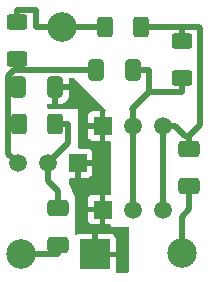
<source format=gtl>
%TF.GenerationSoftware,KiCad,Pcbnew,8.0.5*%
%TF.CreationDate,2025-01-13T21:43:40-08:00*%
%TF.ProjectId,hyperion,68797065-7269-46f6-9e2e-6b696361645f,rev?*%
%TF.SameCoordinates,Original*%
%TF.FileFunction,Copper,L1,Top*%
%TF.FilePolarity,Positive*%
%FSLAX46Y46*%
G04 Gerber Fmt 4.6, Leading zero omitted, Abs format (unit mm)*
G04 Created by KiCad (PCBNEW 8.0.5) date 2025-01-13 21:43:40*
%MOMM*%
%LPD*%
G01*
G04 APERTURE LIST*
G04 Aperture macros list*
%AMRoundRect*
0 Rectangle with rounded corners*
0 $1 Rounding radius*
0 $2 $3 $4 $5 $6 $7 $8 $9 X,Y pos of 4 corners*
0 Add a 4 corners polygon primitive as box body*
4,1,4,$2,$3,$4,$5,$6,$7,$8,$9,$2,$3,0*
0 Add four circle primitives for the rounded corners*
1,1,$1+$1,$2,$3*
1,1,$1+$1,$4,$5*
1,1,$1+$1,$6,$7*
1,1,$1+$1,$8,$9*
0 Add four rect primitives between the rounded corners*
20,1,$1+$1,$2,$3,$4,$5,0*
20,1,$1+$1,$4,$5,$6,$7,0*
20,1,$1+$1,$6,$7,$8,$9,0*
20,1,$1+$1,$8,$9,$2,$3,0*%
G04 Aperture macros list end*
%TA.AperFunction,ComponentPad*%
%ADD10C,2.500000*%
%TD*%
%TA.AperFunction,ComponentPad*%
%ADD11R,2.500000X2.500000*%
%TD*%
%TA.AperFunction,ComponentPad*%
%ADD12C,1.500000*%
%TD*%
%TA.AperFunction,ComponentPad*%
%ADD13R,1.500000X1.500000*%
%TD*%
%TA.AperFunction,SMDPad,CuDef*%
%ADD14RoundRect,0.250000X-0.412500X-0.650000X0.412500X-0.650000X0.412500X0.650000X-0.412500X0.650000X0*%
%TD*%
%TA.AperFunction,SMDPad,CuDef*%
%ADD15RoundRect,0.250000X-0.625000X0.400000X-0.625000X-0.400000X0.625000X-0.400000X0.625000X0.400000X0*%
%TD*%
%TA.AperFunction,SMDPad,CuDef*%
%ADD16RoundRect,0.250000X-0.400000X-0.625000X0.400000X-0.625000X0.400000X0.625000X-0.400000X0.625000X0*%
%TD*%
%TA.AperFunction,SMDPad,CuDef*%
%ADD17RoundRect,0.250000X0.650000X-0.412500X0.650000X0.412500X-0.650000X0.412500X-0.650000X-0.412500X0*%
%TD*%
%TA.AperFunction,SMDPad,CuDef*%
%ADD18RoundRect,0.250000X0.625000X-0.400000X0.625000X0.400000X-0.625000X0.400000X-0.625000X-0.400000X0*%
%TD*%
%TA.AperFunction,SMDPad,CuDef*%
%ADD19RoundRect,0.250000X0.400000X0.625000X-0.400000X0.625000X-0.400000X-0.625000X0.400000X-0.625000X0*%
%TD*%
%TA.AperFunction,SMDPad,CuDef*%
%ADD20RoundRect,0.250000X-0.650000X0.412500X-0.650000X-0.412500X0.650000X-0.412500X0.650000X0.412500X0*%
%TD*%
%TA.AperFunction,Conductor*%
%ADD21C,0.508000*%
%TD*%
%TA.AperFunction,Conductor*%
%ADD22C,0.457200*%
%TD*%
G04 APERTURE END LIST*
D10*
%TO.P,TP4,1,1*%
%TO.N,Net-(C4-Pad2)*%
X142494000Y-124866400D03*
%TD*%
D11*
%TO.P,TP3,1,1*%
%TO.N,Earth*%
X135128000Y-124968000D03*
%TD*%
D10*
%TO.P,TP2,1,1*%
%TO.N,Net-(R3-Pad2)*%
X132345000Y-105730000D03*
%TD*%
%TO.P,TP1,1,1*%
%TO.N,Net-(C1-Pad1)*%
X128879600Y-124968000D03*
%TD*%
D12*
%TO.P,Q3,3,C*%
%TO.N,Net-(Q2-C)*%
X140840000Y-114090000D03*
%TO.P,Q3,2,B*%
%TO.N,Net-(Q2-B)*%
X138300000Y-114090000D03*
D13*
%TO.P,Q3,1,E*%
%TO.N,Earth*%
X135760000Y-114090000D03*
%TD*%
%TO.P,Q2,1,E*%
%TO.N,Earth*%
X135760000Y-121160000D03*
D12*
%TO.P,Q2,2,B*%
%TO.N,Net-(Q2-B)*%
X138300000Y-121160000D03*
%TO.P,Q2,3,C*%
%TO.N,Net-(Q2-C)*%
X140840000Y-121160000D03*
%TD*%
%TO.P,Q1,3,C*%
%TO.N,Net-(Q1-C)*%
X128574800Y-117246400D03*
%TO.P,Q1,2,B*%
%TO.N,Net-(Q1-B)*%
X131114800Y-117246400D03*
D13*
%TO.P,Q1,1,E*%
%TO.N,Earth*%
X133654800Y-117246400D03*
%TD*%
D14*
%TO.P,C2,2*%
%TO.N,Earth*%
X131752500Y-110810000D03*
%TO.P,C2,1*%
%TO.N,Net-(Q1-C)*%
X128627500Y-110810000D03*
%TD*%
D15*
%TO.P,R5,2*%
%TO.N,Net-(Q2-B)*%
X142470000Y-110020000D03*
%TO.P,R5,1*%
%TO.N,Net-(Q2-C)*%
X142470000Y-106920000D03*
%TD*%
D16*
%TO.P,R2,1*%
%TO.N,Net-(Q1-C)*%
X128650000Y-113890000D03*
%TO.P,R2,2*%
%TO.N,Net-(Q1-B)*%
X131750000Y-113890000D03*
%TD*%
D14*
%TO.P,C3,1*%
%TO.N,Net-(Q1-C)*%
X135247500Y-109350000D03*
%TO.P,C3,2*%
%TO.N,Net-(Q2-B)*%
X138372500Y-109350000D03*
%TD*%
D17*
%TO.P,C1,1*%
%TO.N,Net-(C1-Pad1)*%
X131978400Y-124142900D03*
%TO.P,C1,2*%
%TO.N,Net-(Q1-B)*%
X131978400Y-121017900D03*
%TD*%
D18*
%TO.P,R3,2*%
%TO.N,Net-(R3-Pad2)*%
X128540000Y-105300000D03*
%TO.P,R3,1*%
%TO.N,Net-(Q1-C)*%
X128540000Y-108400000D03*
%TD*%
D19*
%TO.P,R4,2*%
%TO.N,Net-(R3-Pad2)*%
X135930000Y-105740000D03*
%TO.P,R4,1*%
%TO.N,Net-(Q2-C)*%
X139030000Y-105740000D03*
%TD*%
D20*
%TO.P,C4,1*%
%TO.N,Net-(Q2-C)*%
X143103600Y-116078000D03*
%TO.P,C4,2*%
%TO.N,Net-(C4-Pad2)*%
X143103600Y-119203000D03*
%TD*%
D21*
%TO.N,Net-(Q2-B)*%
X139720000Y-109350000D02*
X139720000Y-111220000D01*
X138372500Y-109350000D02*
X139720000Y-109350000D01*
%TO.N,Net-(Q1-C)*%
X128540000Y-109350000D02*
X135247500Y-109350000D01*
%TO.N,Net-(Q1-B)*%
X132850000Y-113890000D02*
X131750000Y-113890000D01*
X132850000Y-115520000D02*
X132850000Y-113890000D01*
X132841200Y-115520000D02*
X132850000Y-115520000D01*
X131114800Y-117246400D02*
X132841200Y-115520000D01*
%TO.N,Net-(Q2-B)*%
X138300000Y-112660000D02*
X138300000Y-114090000D01*
X139720000Y-111220000D02*
X138290000Y-112650000D01*
X141110000Y-111220000D02*
X139720000Y-111220000D01*
X138290000Y-112650000D02*
X138300000Y-112660000D01*
X142470000Y-111220000D02*
X141110000Y-111220000D01*
X142470000Y-110020000D02*
X142470000Y-111220000D01*
%TO.N,Net-(Q2-C)*%
X141910000Y-114090000D02*
X140840000Y-114090000D01*
X143103600Y-114922400D02*
X142742400Y-114922400D01*
X142742400Y-114922400D02*
X141910000Y-114090000D01*
X140840000Y-121160000D02*
X140840000Y-114090000D01*
%TO.N,Net-(Q2-B)*%
X138300000Y-121160000D02*
X138300000Y-114090000D01*
%TO.N,Net-(Q2-C)*%
X144026000Y-114000000D02*
X143103600Y-114922400D01*
X143103600Y-114922400D02*
X143103600Y-116078000D01*
X143950000Y-105740000D02*
X144026000Y-105816000D01*
X144026000Y-105816000D02*
X144026000Y-114000000D01*
X142460000Y-105740000D02*
X143950000Y-105740000D01*
X142460000Y-106040000D02*
X142470000Y-106050000D01*
X142460000Y-105740000D02*
X142460000Y-106040000D01*
X139030000Y-105740000D02*
X142460000Y-105740000D01*
X142470000Y-106050000D02*
X142470000Y-106920000D01*
%TO.N,Net-(R3-Pad2)*%
X130120000Y-105720000D02*
X130140000Y-105740000D01*
X130120000Y-104259000D02*
X130120000Y-105720000D01*
X130150000Y-105730000D02*
X132230000Y-105730000D01*
X128550000Y-104259000D02*
X130120000Y-104259000D01*
X130140000Y-105740000D02*
X130150000Y-105730000D01*
X128540000Y-104269000D02*
X128550000Y-104259000D01*
X128540000Y-105300000D02*
X128540000Y-104269000D01*
X132240000Y-105740000D02*
X132230000Y-105730000D01*
X135930000Y-105740000D02*
X132240000Y-105740000D01*
%TO.N,Net-(Q1-C)*%
X128540000Y-109350000D02*
X128540000Y-108400000D01*
X128300000Y-109350000D02*
X128540000Y-109350000D01*
X127754000Y-109896000D02*
X128300000Y-109350000D01*
X127754000Y-110800000D02*
X127754000Y-109896000D01*
X127754000Y-113606000D02*
X127754000Y-110800000D01*
X127754000Y-110800000D02*
X127764000Y-110810000D01*
X127764000Y-113616000D02*
X127754000Y-113606000D01*
X127764000Y-113890000D02*
X127764000Y-113616000D01*
X127764000Y-110810000D02*
X128627500Y-110810000D01*
X127764000Y-113890000D02*
X128650000Y-113890000D01*
X127754000Y-116425600D02*
X127754000Y-113900000D01*
X127754000Y-113900000D02*
X127764000Y-113890000D01*
X128574800Y-117246400D02*
X127754000Y-116425600D01*
%TO.N,Net-(C4-Pad2)*%
X142494000Y-121767600D02*
X143103600Y-121158000D01*
X143103600Y-121158000D02*
X143103600Y-119203000D01*
X142494000Y-124866400D02*
X142494000Y-121767600D01*
%TO.N,Net-(Q1-B)*%
X131114800Y-118770400D02*
X131114800Y-117246400D01*
X131978400Y-119634000D02*
X131114800Y-118770400D01*
X131978400Y-121017900D02*
X131978400Y-119634000D01*
%TO.N,Net-(C1-Pad1)*%
X131978400Y-124968000D02*
X131978400Y-124142900D01*
X128879600Y-124968000D02*
X131978400Y-124968000D01*
D22*
X128524000Y-125526800D02*
X128524000Y-125476000D01*
%TD*%
%TA.AperFunction,Conductor*%
%TO.N,Earth*%
G36*
X133326040Y-110009930D02*
G01*
X133347061Y-110026711D01*
X135391952Y-112052311D01*
X136008209Y-112662754D01*
X136042529Y-112724905D01*
X136037800Y-112795743D01*
X136010000Y-112839228D01*
X136010000Y-113774314D01*
X136005606Y-113769920D01*
X135914394Y-113717259D01*
X135812661Y-113690000D01*
X135707339Y-113690000D01*
X135605606Y-113717259D01*
X135514394Y-113769920D01*
X135510000Y-113774314D01*
X135510000Y-112840000D01*
X134962159Y-112840000D01*
X134902628Y-112846400D01*
X134767910Y-112896647D01*
X134652810Y-112982810D01*
X134566647Y-113097910D01*
X134516400Y-113232628D01*
X134510000Y-113292159D01*
X134510000Y-113840000D01*
X135444314Y-113840000D01*
X135439920Y-113844394D01*
X135387259Y-113935606D01*
X135360000Y-114037339D01*
X135360000Y-114142661D01*
X135387259Y-114244394D01*
X135439920Y-114335606D01*
X135444314Y-114340000D01*
X134510000Y-114340000D01*
X134510000Y-114887840D01*
X134516400Y-114947371D01*
X134566647Y-115082089D01*
X134652810Y-115197189D01*
X134767910Y-115283352D01*
X134902628Y-115333599D01*
X134962159Y-115339999D01*
X134962176Y-115340000D01*
X135510000Y-115340000D01*
X135510000Y-114405686D01*
X135514394Y-114410080D01*
X135605606Y-114462741D01*
X135707339Y-114490000D01*
X135812661Y-114490000D01*
X135914394Y-114462741D01*
X136005606Y-114410080D01*
X136010000Y-114405686D01*
X136010000Y-115340000D01*
X136366459Y-115340000D01*
X136434580Y-115360002D01*
X136481073Y-115413658D01*
X136492458Y-115465865D01*
X136494077Y-116996400D01*
X136497023Y-119783867D01*
X136477093Y-119852009D01*
X136423486Y-119898558D01*
X136371023Y-119910000D01*
X136010000Y-119910000D01*
X136010000Y-120844314D01*
X136005606Y-120839920D01*
X135914394Y-120787259D01*
X135812661Y-120760000D01*
X135707339Y-120760000D01*
X135605606Y-120787259D01*
X135514394Y-120839920D01*
X135510000Y-120844314D01*
X135510000Y-119910000D01*
X134962159Y-119910000D01*
X134902628Y-119916400D01*
X134767910Y-119966647D01*
X134652810Y-120052810D01*
X134566647Y-120167910D01*
X134516400Y-120302628D01*
X134510000Y-120362159D01*
X134510000Y-120910000D01*
X135444314Y-120910000D01*
X135439920Y-120914394D01*
X135387259Y-121005606D01*
X135360000Y-121107339D01*
X135360000Y-121212661D01*
X135387259Y-121314394D01*
X135439920Y-121405606D01*
X135444314Y-121410000D01*
X134510000Y-121410000D01*
X134510000Y-121957840D01*
X134516400Y-122017371D01*
X134566647Y-122152089D01*
X134652810Y-122267189D01*
X134767910Y-122353352D01*
X134902628Y-122403599D01*
X134962159Y-122409999D01*
X134962176Y-122410000D01*
X135510000Y-122410000D01*
X135510000Y-121475686D01*
X135514394Y-121480080D01*
X135605606Y-121532741D01*
X135707339Y-121560000D01*
X135812661Y-121560000D01*
X135914394Y-121532741D01*
X136005606Y-121480080D01*
X136010000Y-121475686D01*
X136010000Y-122410000D01*
X136373932Y-122410000D01*
X136442053Y-122430002D01*
X136488546Y-122483658D01*
X136499932Y-122535867D01*
X136499999Y-122599999D01*
X136500000Y-122600000D01*
X137874615Y-122600000D01*
X137942736Y-122620002D01*
X137989229Y-122673658D01*
X138000613Y-122725384D01*
X138018449Y-126372884D01*
X137998781Y-126441102D01*
X137945353Y-126487856D01*
X137892451Y-126499500D01*
X136988127Y-126499500D01*
X136920006Y-126479498D01*
X136873513Y-126425842D01*
X136863409Y-126355568D01*
X136870072Y-126329465D01*
X136871599Y-126325370D01*
X136877999Y-126265840D01*
X136878000Y-126265823D01*
X136878000Y-125218000D01*
X135676482Y-125218000D01*
X135687111Y-125199591D01*
X135728000Y-125046991D01*
X135728000Y-124889009D01*
X135687111Y-124736409D01*
X135676482Y-124718000D01*
X136878000Y-124718000D01*
X136878000Y-123670176D01*
X136877999Y-123670159D01*
X136871599Y-123610628D01*
X136821352Y-123475910D01*
X136735189Y-123360810D01*
X136620089Y-123274647D01*
X136485371Y-123224400D01*
X136425840Y-123218000D01*
X135378000Y-123218000D01*
X135378000Y-124419517D01*
X135359591Y-124408889D01*
X135206991Y-124368000D01*
X135049009Y-124368000D01*
X134896409Y-124408889D01*
X134878000Y-124419517D01*
X134878000Y-123218000D01*
X133830159Y-123218000D01*
X133770628Y-123224400D01*
X133635910Y-123274647D01*
X133620242Y-123286377D01*
X133553722Y-123311187D01*
X133484348Y-123296095D01*
X133434146Y-123245893D01*
X133418736Y-123186270D01*
X133400000Y-120090000D01*
X132911764Y-119035411D01*
X132900107Y-118981994D01*
X132901487Y-118621917D01*
X132921750Y-118553874D01*
X132975583Y-118507587D01*
X133027486Y-118496400D01*
X133404800Y-118496400D01*
X133404800Y-117562086D01*
X133409194Y-117566480D01*
X133500406Y-117619141D01*
X133602139Y-117646400D01*
X133707461Y-117646400D01*
X133809194Y-117619141D01*
X133900406Y-117566480D01*
X133904800Y-117562086D01*
X133904800Y-118496400D01*
X134452624Y-118496400D01*
X134452640Y-118496399D01*
X134512171Y-118489999D01*
X134646889Y-118439752D01*
X134761989Y-118353589D01*
X134848152Y-118238489D01*
X134898399Y-118103771D01*
X134904799Y-118044240D01*
X134904800Y-118044223D01*
X134904800Y-117496400D01*
X133970486Y-117496400D01*
X133974880Y-117492006D01*
X134027541Y-117400794D01*
X134054800Y-117299061D01*
X134054800Y-117193739D01*
X134027541Y-117092006D01*
X133974880Y-117000794D01*
X133970486Y-116996400D01*
X134904800Y-116996400D01*
X134904800Y-116448576D01*
X134904799Y-116448559D01*
X134898399Y-116389028D01*
X134848152Y-116254310D01*
X134761989Y-116139210D01*
X134646889Y-116053047D01*
X134512171Y-116002800D01*
X134452640Y-115996400D01*
X133835236Y-115996400D01*
X133767115Y-115976398D01*
X133720622Y-115922742D01*
X133709238Y-115871146D01*
X133690000Y-112620000D01*
X131195520Y-112620000D01*
X131127399Y-112599998D01*
X131080906Y-112546342D01*
X131069521Y-112494482D01*
X131069484Y-112485016D01*
X131068883Y-112327412D01*
X131088623Y-112259220D01*
X131142101Y-112212522D01*
X131207689Y-112201588D01*
X131290013Y-112209999D01*
X131502500Y-112209999D01*
X132002500Y-112209999D01*
X132214978Y-112209999D01*
X132317691Y-112199506D01*
X132484122Y-112144357D01*
X132633344Y-112052316D01*
X132633350Y-112052311D01*
X132757311Y-111928350D01*
X132757316Y-111928344D01*
X132849357Y-111779122D01*
X132904506Y-111612691D01*
X132914999Y-111509987D01*
X132915000Y-111509987D01*
X132915000Y-111060000D01*
X132002500Y-111060000D01*
X132002500Y-112209999D01*
X131502500Y-112209999D01*
X131502500Y-110686000D01*
X131522502Y-110617879D01*
X131576158Y-110571386D01*
X131628500Y-110560000D01*
X132914999Y-110560000D01*
X132914999Y-110117196D01*
X132935001Y-110049075D01*
X132988657Y-110002582D01*
X133040434Y-109991198D01*
X133257833Y-109990231D01*
X133326040Y-110009930D01*
G37*
%TD.AperFunction*%
%TD*%
M02*

</source>
